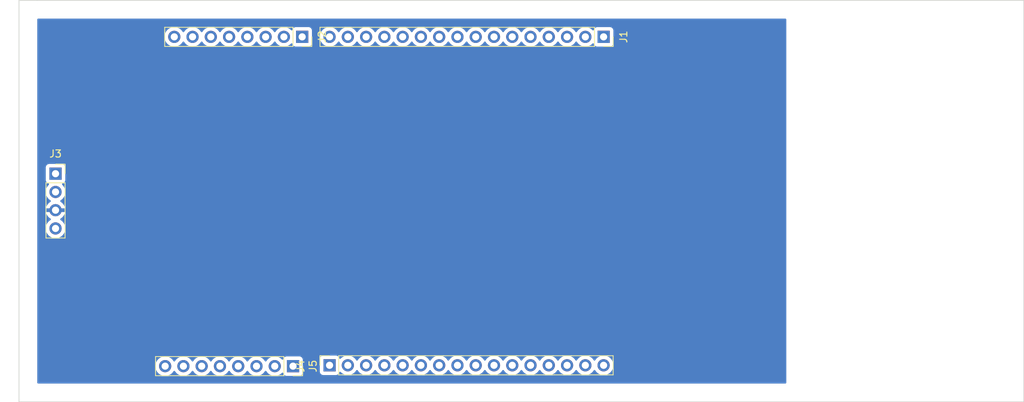
<source format=kicad_pcb>
(kicad_pcb (version 20211014) (generator pcbnew)
  (layers (0 "F.Cu" signal) (1 "In1.Cu" signal) (2 "In2.Cu" signal) (31 "B.Cu" signal) (34 "B.Paste" user) (35 "F.Paste" user) (36 "B.SilkS" user "B.Silkscreen") (37 "F.SilkS" user "F.Silkscreen") (38 "B.Mask" user) (39 "F.Mask" user) (44 "Edge.Cuts" user))
  (net 0 "")
  (net 1 "D0")
  (net 2 "A0")
  (net 3 "A1")
  (net 4 "A2")
  (net 5 "A3")
  (net 6 "A4")
  (net 7 "A5")
  (net 8 "A6")
  (net 9 "A7")
  (net 10 "A8")
  (net 11 "A9")
  (net 12 "A10")
  (net 13 "A11")
  (net 14 "A12")
  (net 15 "A13")
  (net 16 "A14")
  (net 17 "A15")
  (net 18 "X")
  (net 19 "MW")
  (net 20 "H")
  (net 21 "C")
  (net 22 "~{II}")
  (net 23 "Im")
  (net 24 "~{ΣO}")
  (net 25 "~{ΣI}")
  (net 26 "RO")
  (net 27 "RI")
  (net 28 "~{MO}")
  (net 29 "MI")
  (net 30 "~{CO}")
  (net 31 "CE")
  (net 32 "~{CI}")
  (net 33 "CLK")
  (net 34 "GND")
  (net 35 "+5V")
  (footprint "Connector_PinSocket_2.54mm:PinSocket_1x16_P2.54mm_Vertical" (layer "F.Cu") (at 105.41 99.06 90)
    (fp_text reference "J4" (at -0.12 -4.025 90) (layer "F.SilkS"))
    (fp_text value "CTRL_BUS")
    (fp_line (start -1.33 1.27) (end 1.33 1.27) (layer "F.SilkS") (width 0.12))
    (fp_line (start 1.33 -1.33) (end 1.33 0) (layer "F.SilkS") (width 0.12))
    (fp_line (start 0 -1.33) (end 1.33 -1.33) (layer "F.SilkS") (width 0.12))
    (fp_line (start -1.33 1.27) (end -1.33 39.43) (layer "F.SilkS") (width 0.12))
    (fp_line (start 1.33 1.27) (end 1.33 39.43) (layer "F.SilkS") (width 0.12))
    (fp_line (start -1.33 39.43) (end 1.33 39.43) (layer "F.SilkS") (width 0.12))
    (pad "1" thru_hole rect (at 0 0 90) (size 1.7 1.7) (drill 1) (layers *.Mask "F.Cu" "In1.Cu" "In2.Cu" "B.Cu") (net 18 "X"))
    (pad "2" thru_hole oval (at 0 2.54 90) (size 1.7 1.7) (drill 1) (layers *.Mask "F.Cu" "In1.Cu" "In2.Cu" "B.Cu"))
    (pad "3" thru_hole oval (at 0 5.08 90) (size 1.7 1.7) (drill 1) (layers *.Mask "F.Cu" "In1.Cu" "In2.Cu" "B.Cu") (net 19 "MW"))
    (pad "4" thru_hole oval (at 0 7.62 90) (size 1.7 1.7) (drill 1) (layers *.Mask "F.Cu" "In1.Cu" "In2.Cu" "B.Cu") (net 20 "H"))
    (pad "5" thru_hole oval (at 0 10.16 90) (size 1.7 1.7) (drill 1) (layers *.Mask "F.Cu" "In1.Cu" "In2.Cu" "B.Cu") (net 21 "C"))
    (pad "6" thru_hole oval (at 0 12.7 90) (size 1.7 1.7) (drill 1) (layers *.Mask "F.Cu" "In1.Cu" "In2.Cu" "B.Cu") (net 22 "~{II}"))
    (pad "7" thru_hole oval (at 0 15.24 90) (size 1.7 1.7) (drill 1) (layers *.Mask "F.Cu" "In1.Cu" "In2.Cu" "B.Cu") (net 23 "Im"))
    (pad "8" thru_hole oval (at 0 17.78 90) (size 1.7 1.7) (drill 1) (layers *.Mask "F.Cu" "In1.Cu" "In2.Cu" "B.Cu") (net 24 "~{ΣO}"))
    (pad "9" thru_hole oval (at 0 20.32 90) (size 1.7 1.7) (drill 1) (layers *.Mask "F.Cu" "In1.Cu" "In2.Cu" "B.Cu") (net 25 "~{ΣI}"))
    (pad "10" thru_hole oval (at 0 22.86 90) (size 1.7 1.7) (drill 1) (layers *.Mask "F.Cu" "In1.Cu" "In2.Cu" "B.Cu") (net 26 "RO"))
    (pad "11" thru_hole oval (at 0 25.4 90) (size 1.7 1.7) (drill 1) (layers *.Mask "F.Cu" "In1.Cu" "In2.Cu" "B.Cu") (net 27 "RI"))
    (pad "12" thru_hole oval (at 0 27.94 90) (size 1.7 1.7) (drill 1) (layers *.Mask "F.Cu" "In1.Cu" "In2.Cu" "B.Cu") (net 28 "~{MO}"))
    (pad "13" thru_hole oval (at 0 30.48 90) (size 1.7 1.7) (drill 1) (layers *.Mask "F.Cu" "In1.Cu" "In2.Cu" "B.Cu") (net 29 "MI"))
    (pad "14" thru_hole oval (at 0 33.02 90) (size 1.7 1.7) (drill 1) (layers *.Mask "F.Cu" "In1.Cu" "In2.Cu" "B.Cu") (net 30 "~{CO}"))
    (pad "15" thru_hole oval (at 0 35.56 90) (size 1.7 1.7) (drill 1) (layers *.Mask "F.Cu" "In1.Cu" "In2.Cu" "B.Cu") (net 31 "CE"))
    (pad "16" thru_hole oval (at 0 38.1 90) (size 1.7 1.7) (drill 1) (layers *.Mask "F.Cu" "In1.Cu" "In2.Cu" "B.Cu") (net 32 "~{CI}"))
  )
  (footprint "Connector_PinSocket_2.54mm:PinSocket_1x04_P2.54mm_Vertical" (layer "F.Cu") (at 67.31 72.39)
    (fp_text reference "J3" (at 0 -2.77) (layer "F.SilkS"))
    (fp_text value "Conn_01x03_Female")
    (fp_line (start -1.33 1.27) (end 1.33 1.27) (layer "F.SilkS") (width 0.12))
    (fp_line (start -1.33 1.27) (end -1.33 8.95) (layer "F.SilkS") (width 0.12))
    (fp_line (start 1.33 -1.33) (end 1.33 0) (layer "F.SilkS") (width 0.12))
    (fp_line (start -1.33 8.95) (end 1.33 8.95) (layer "F.SilkS") (width 0.12))
    (fp_line (start 1.33 1.27) (end 1.33 8.95) (layer "F.SilkS") (width 0.12))
    (fp_line (start 0 -1.33) (end 1.33 -1.33) (layer "F.SilkS") (width 0.12))
    (pad "1" thru_hole rect (at 0 0) (size 1.7 1.7) (drill 1) (layers *.Mask "F.Cu" "In1.Cu" "In2.Cu" "B.Cu") (net 33 "CLK"))
    (pad "2" thru_hole oval (at 0 2.54) (size 1.7 1.7) (drill 1) (layers *.Mask "F.Cu" "In1.Cu" "In2.Cu" "B.Cu"))
    (pad "3" thru_hole oval (at 0 5.08) (size 1.7 1.7) (drill 1) (layers *.Mask "F.Cu" "In1.Cu" "In2.Cu" "B.Cu") (net 34 "GND"))
    (pad "4" thru_hole oval (at 0 7.62) (size 1.7 1.7) (drill 1) (layers *.Mask "F.Cu" "In1.Cu" "In2.Cu" "B.Cu") (net 35 "+5V"))
  )
  (footprint "Connector_PinSocket_2.54mm:PinSocket_1x08_P2.54mm_Vertical" (layer "F.Cu") (at 100.33 99.18 -90)
    (fp_text reference "J5" (at 0 -2.77 90) (layer "F.SilkS"))
    (fp_text value "INST_REG")
    (fp_line (start -1.33 1.27) (end -1.33 19.11) (layer "F.SilkS") (width 0.12))
    (fp_line (start -1.33 1.27) (end 1.33 1.27) (layer "F.SilkS") (width 0.12))
    (fp_line (start -1.33 19.11) (end 1.33 19.11) (layer "F.SilkS") (width 0.12))
    (fp_line (start 1.33 -1.33) (end 1.33 0) (layer "F.SilkS") (width 0.12))
    (fp_line (start 0 -1.33) (end 1.33 -1.33) (layer "F.SilkS") (width 0.12))
    (fp_line (start 1.33 1.27) (end 1.33 19.11) (layer "F.SilkS") (width 0.12))
    (pad "1" thru_hole rect (at 0 0 270) (size 1.7 1.7) (drill 1) (layers *.Mask "F.Cu" "In1.Cu" "In2.Cu" "B.Cu"))
    (pad "2" thru_hole oval (at 0 2.54 270) (size 1.7 1.7) (drill 1) (layers *.Mask "F.Cu" "In1.Cu" "In2.Cu" "B.Cu"))
    (pad "3" thru_hole oval (at 0 5.08 270) (size 1.7 1.7) (drill 1) (layers *.Mask "F.Cu" "In1.Cu" "In2.Cu" "B.Cu"))
    (pad "4" thru_hole oval (at 0 7.62 270) (size 1.7 1.7) (drill 1) (layers *.Mask "F.Cu" "In1.Cu" "In2.Cu" "B.Cu"))
    (pad "5" thru_hole oval (at 0 10.16 270) (size 1.7 1.7) (drill 1) (layers *.Mask "F.Cu" "In1.Cu" "In2.Cu" "B.Cu"))
    (pad "6" thru_hole oval (at 0 12.7 270) (size 1.7 1.7) (drill 1) (layers *.Mask "F.Cu" "In1.Cu" "In2.Cu" "B.Cu"))
    (pad "7" thru_hole oval (at 0 15.24 270) (size 1.7 1.7) (drill 1) (layers *.Mask "F.Cu" "In1.Cu" "In2.Cu" "B.Cu"))
    (pad "8" thru_hole oval (at 0 17.78 270) (size 1.7 1.7) (drill 1) (layers *.Mask "F.Cu" "In1.Cu" "In2.Cu" "B.Cu"))
  )
  (footprint "Connector_PinSocket_2.54mm:PinSocket_1x16_P2.54mm_Vertical" (layer "F.Cu") (at 143.51 53.34 -90)
    (fp_text reference "J1" (at 0 -2.77 90) (layer "F.SilkS"))
    (fp_text value "ADDR_BUS")
    (fp_line (start -1.33 1.27) (end 1.33 1.27) (layer "F.SilkS") (width 0.12))
    (fp_line (start 1.33 1.27) (end 1.33 39.43) (layer "F.SilkS") (width 0.12))
    (fp_line (start -1.33 39.43) (end 1.33 39.43) (layer "F.SilkS") (width 0.12))
    (fp_line (start 1.33 -1.33) (end 1.33 0) (layer "F.SilkS") (width 0.12))
    (fp_line (start 0 -1.33) (end 1.33 -1.33) (layer "F.SilkS") (width 0.12))
    (fp_line (start -1.33 1.27) (end -1.33 39.43) (layer "F.SilkS") (width 0.12))
    (pad "1" thru_hole rect (at 0 0 270) (size 1.7 1.7) (drill 1) (layers *.Mask "F.Cu" "In1.Cu" "In2.Cu" "B.Cu") (net 2 "A0"))
    (pad "2" thru_hole oval (at 0 2.54 270) (size 1.7 1.7) (drill 1) (layers *.Mask "F.Cu" "In1.Cu" "In2.Cu" "B.Cu") (net 3 "A1"))
    (pad "3" thru_hole oval (at 0 5.08 270) (size 1.7 1.7) (drill 1) (layers *.Mask "F.Cu" "In1.Cu" "In2.Cu" "B.Cu") (net 4 "A2"))
    (pad "4" thru_hole oval (at 0 7.62 270) (size 1.7 1.7) (drill 1) (layers *.Mask "F.Cu" "In1.Cu" "In2.Cu" "B.Cu") (net 5 "A3"))
    (pad "5" thru_hole oval (at 0 10.16 270) (size 1.7 1.7) (drill 1) (layers *.Mask "F.Cu" "In1.Cu" "In2.Cu" "B.Cu") (net 6 "A4"))
    (pad "6" thru_hole oval (at 0 12.7 270) (size 1.7 1.7) (drill 1) (layers *.Mask "F.Cu" "In1.Cu" "In2.Cu" "B.Cu") (net 7 "A5"))
    (pad "7" thru_hole oval (at 0 15.24 270) (size 1.7 1.7) (drill 1) (layers *.Mask "F.Cu" "In1.Cu" "In2.Cu" "B.Cu") (net 8 "A6"))
    (pad "8" thru_hole oval (at 0 17.78 270) (size 1.7 1.7) (drill 1) (layers *.Mask "F.Cu" "In1.Cu" "In2.Cu" "B.Cu") (net 9 "A7"))
    (pad "9" thru_hole oval (at 0 20.32 270) (size 1.7 1.7) (drill 1) (layers *.Mask "F.Cu" "In1.Cu" "In2.Cu" "B.Cu") (net 10 "A8"))
    (pad "10" thru_hole oval (at 0 22.86 270) (size 1.7 1.7) (drill 1) (layers *.Mask "F.Cu" "In1.Cu" "In2.Cu" "B.Cu") (net 11 "A9"))
    (pad "11" thru_hole oval (at 0 25.4 270) (size 1.7 1.7) (drill 1) (layers *.Mask "F.Cu" "In1.Cu" "In2.Cu" "B.Cu") (net 12 "A10"))
    (pad "12" thru_hole oval (at 0 27.94 270) (size 1.7 1.7) (drill 1) (layers *.Mask "F.Cu" "In1.Cu" "In2.Cu" "B.Cu") (net 13 "A11"))
    (pad "13" thru_hole oval (at 0 30.48 270) (size 1.7 1.7) (drill 1) (layers *.Mask "F.Cu" "In1.Cu" "In2.Cu" "B.Cu") (net 14 "A12"))
    (pad "14" thru_hole oval (at 0 33.02 270) (size 1.7 1.7) (drill 1) (layers *.Mask "F.Cu" "In1.Cu" "In2.Cu" "B.Cu") (net 15 "A13"))
    (pad "15" thru_hole oval (at 0 35.56 270) (size 1.7 1.7) (drill 1) (layers *.Mask "F.Cu" "In1.Cu" "In2.Cu" "B.Cu") (net 16 "A14"))
    (pad "16" thru_hole oval (at 0 38.1 270) (size 1.7 1.7) (drill 1) (layers *.Mask "F.Cu" "In1.Cu" "In2.Cu" "B.Cu") (net 17 "A15"))
  )
  (footprint "Connector_PinSocket_2.54mm:PinSocket_1x08_P2.54mm_Vertical" (layer "F.Cu") (at 101.6 53.34 -90)
    (fp_text reference "J2" (at 0 -2.77 90) (layer "F.SilkS"))
    (fp_text value "DATA_BUS")
    (fp_line (start 0 -1.33) (end 1.33 -1.33) (layer "F.SilkS") (width 0.12))
    (fp_line (start -1.33 1.27) (end 1.33 1.27) (layer "F.SilkS") (width 0.12))
    (fp_line (start -1.33 19.11) (end 1.33 19.11) (layer "F.SilkS") (width 0.12))
    (fp_line (start -1.33 1.27) (end -1.33 19.11) (layer "F.SilkS") (width 0.12))
    (fp_line (start 1.33 -1.33) (end 1.33 0) (layer "F.SilkS") (width 0.12))
    (fp_line (start 1.33 1.27) (end 1.33 19.11) (layer "F.SilkS") (width 0.12))
    (pad "1" thru_hole rect (at 0 0 270) (size 1.7 1.7) (drill 1) (layers *.Mask "F.Cu" "In1.Cu" "In2.Cu" "B.Cu") (net 1 "D0"))
    (pad "2" thru_hole oval (at 0 2.54 270) (size 1.7 1.7) (drill 1) (layers *.Mask "F.Cu" "In1.Cu" "In2.Cu" "B.Cu"))
    (pad "3" thru_hole oval (at 0 5.08 270) (size 1.7 1.7) (drill 1) (layers *.Mask "F.Cu" "In1.Cu" "In2.Cu" "B.Cu"))
    (pad "4" thru_hole oval (at 0 7.62 270) (size 1.7 1.7) (drill 1) (layers *.Mask "F.Cu" "In1.Cu" "In2.Cu" "B.Cu"))
    (pad "5" thru_hole oval (at 0 10.16 270) (size 1.7 1.7) (drill 1) (layers *.Mask "F.Cu" "In1.Cu" "In2.Cu" "B.Cu"))
    (pad "6" thru_hole oval (at 0 12.7 270) (size 1.7 1.7) (drill 1) (layers *.Mask "F.Cu" "In1.Cu" "In2.Cu" "B.Cu"))
    (pad "7" thru_hole oval (at 0 15.24 270) (size 1.7 1.7) (drill 1) (layers *.Mask "F.Cu" "In1.Cu" "In2.Cu" "B.Cu"))
    (pad "8" thru_hole oval (at 0 17.78 270) (size 1.7 1.7) (drill 1) (layers *.Mask "F.Cu" "In1.Cu" "In2.Cu" "B.Cu"))
  )
  (gr_line (start 62.23 104.14) (end 62.23 48.26) (layer "Edge.Cuts") (width 0.1))
  (gr_line (start 64.77 48.26) (end 201.93 48.26) (layer "Edge.Cuts") (width 0.1))
  (gr_line (start 62.23 48.26) (end 64.77 48.26) (layer "Edge.Cuts") (width 0.1))
  (gr_line (start 201.93 48.26) (end 201.93 104.14) (layer "Edge.Cuts") (width 0.1))
  (gr_line (start 201.93 104.14) (end 62.23 104.14) (layer "Edge.Cuts") (width 0.1))
  (zone (net 34) (net_name "GND") (layer "B.Cu") (connect_pads (clearance 0.508)) (min_thickness 0.254) (fill yes (thermal_gap 0.508) (thermal_bridge_width 0.508))
    (polygon (pts (xy 168.91 101.6) (xy 64.77 101.6) (xy 64.77 50.8) (xy 168.91 50.8)))
  )
)
</source>
